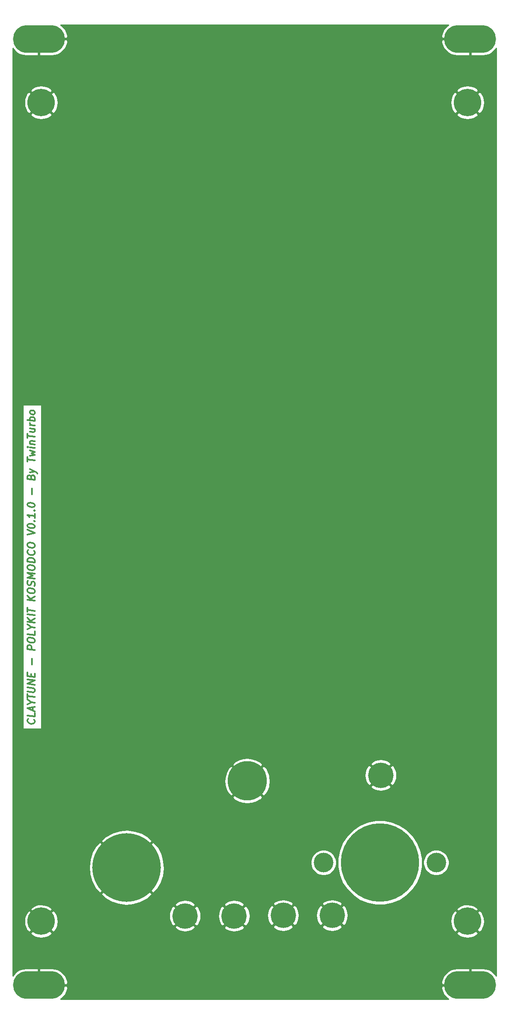
<source format=gbr>
G04 #@! TF.GenerationSoftware,KiCad,Pcbnew,(5.1.7)-1*
G04 #@! TF.CreationDate,2023-03-06T20:39:04+00:00*
G04 #@! TF.ProjectId,KOSMO-POLY6-PICO-DCO-FP,4b4f534d-4f2d-4504-9f4c-59362d504943,V0.1.0*
G04 #@! TF.SameCoordinates,Original*
G04 #@! TF.FileFunction,Copper,L2,Bot*
G04 #@! TF.FilePolarity,Positive*
%FSLAX46Y46*%
G04 Gerber Fmt 4.6, Leading zero omitted, Abs format (unit mm)*
G04 Created by KiCad (PCBNEW (5.1.7)-1) date 2023-03-06 20:39:04*
%MOMM*%
%LPD*%
G01*
G04 APERTURE LIST*
G04 #@! TA.AperFunction,NonConductor*
%ADD10C,0.300000*%
G04 #@! TD*
G04 #@! TA.AperFunction,ComponentPad*
%ADD11C,5.200000*%
G04 #@! TD*
G04 #@! TA.AperFunction,ComponentPad*
%ADD12C,4.000000*%
G04 #@! TD*
G04 #@! TA.AperFunction,ComponentPad*
%ADD13C,16.000000*%
G04 #@! TD*
G04 #@! TA.AperFunction,ComponentPad*
%ADD14C,8.000000*%
G04 #@! TD*
G04 #@! TA.AperFunction,ComponentPad*
%ADD15C,14.000000*%
G04 #@! TD*
G04 #@! TA.AperFunction,ComponentPad*
%ADD16C,5.600000*%
G04 #@! TD*
G04 #@! TA.AperFunction,ComponentPad*
%ADD17O,10.600000X5.600000*%
G04 #@! TD*
G04 #@! TA.AperFunction,Conductor*
%ADD18C,0.254000*%
G04 #@! TD*
G04 #@! TA.AperFunction,Conductor*
%ADD19C,0.100000*%
G04 #@! TD*
G04 APERTURE END LIST*
D10*
X67868714Y-139409928D02*
X67940142Y-139490285D01*
X68011571Y-139713500D01*
X68011571Y-139856357D01*
X67940142Y-140061714D01*
X67797285Y-140186714D01*
X67654428Y-140240285D01*
X67368714Y-140276000D01*
X67154428Y-140249214D01*
X66868714Y-140142071D01*
X66725857Y-140052785D01*
X66583000Y-139892071D01*
X66511571Y-139668857D01*
X66511571Y-139526000D01*
X66583000Y-139320642D01*
X66654428Y-139258142D01*
X68011571Y-138070642D02*
X68011571Y-138784928D01*
X66511571Y-138597428D01*
X67583000Y-137588500D02*
X67583000Y-136874214D01*
X68011571Y-137784928D02*
X66511571Y-137097428D01*
X68011571Y-136784928D01*
X67297285Y-135909928D02*
X68011571Y-135999214D01*
X66511571Y-136311714D02*
X67297285Y-135909928D01*
X66511571Y-135311714D01*
X66511571Y-135026000D02*
X66511571Y-134168857D01*
X68011571Y-134784928D02*
X66511571Y-134597428D01*
X66511571Y-133668857D02*
X67725857Y-133820642D01*
X67868714Y-133767071D01*
X67940142Y-133704571D01*
X68011571Y-133570642D01*
X68011571Y-133284928D01*
X67940142Y-133133142D01*
X67868714Y-133052785D01*
X67725857Y-132963500D01*
X66511571Y-132811714D01*
X68011571Y-132284928D02*
X66511571Y-132097428D01*
X68011571Y-131427785D01*
X66511571Y-131240285D01*
X67225857Y-130615285D02*
X67225857Y-130115285D01*
X68011571Y-129999214D02*
X68011571Y-130713500D01*
X66511571Y-130526000D01*
X66511571Y-129811714D01*
X67440142Y-128142071D02*
X67440142Y-126999214D01*
X68011571Y-125213500D02*
X66511571Y-125026000D01*
X66511571Y-124454571D01*
X66583000Y-124320642D01*
X66654428Y-124258142D01*
X66797285Y-124204571D01*
X67011571Y-124231357D01*
X67154428Y-124320642D01*
X67225857Y-124401000D01*
X67297285Y-124552785D01*
X67297285Y-125124214D01*
X66511571Y-123240285D02*
X66511571Y-122954571D01*
X66583000Y-122820642D01*
X66725857Y-122695642D01*
X67011571Y-122659928D01*
X67511571Y-122722428D01*
X67797285Y-122829571D01*
X67940142Y-122990285D01*
X68011571Y-123142071D01*
X68011571Y-123427785D01*
X67940142Y-123561714D01*
X67797285Y-123686714D01*
X67511571Y-123722428D01*
X67011571Y-123659928D01*
X66725857Y-123552785D01*
X66583000Y-123392071D01*
X66511571Y-123240285D01*
X68011571Y-121427785D02*
X68011571Y-122142071D01*
X66511571Y-121954571D01*
X67297285Y-120552785D02*
X68011571Y-120642071D01*
X66511571Y-120954571D02*
X67297285Y-120552785D01*
X66511571Y-119954571D01*
X68011571Y-119642071D02*
X66511571Y-119454571D01*
X68011571Y-118784928D02*
X67154428Y-119320642D01*
X66511571Y-118597428D02*
X67368714Y-119561714D01*
X68011571Y-118142071D02*
X66511571Y-117954571D01*
X66511571Y-117454571D02*
X66511571Y-116597428D01*
X68011571Y-117213500D02*
X66511571Y-117026000D01*
X68011571Y-115142071D02*
X66511571Y-114954571D01*
X68011571Y-114284928D02*
X67154428Y-114820642D01*
X66511571Y-114097428D02*
X67368714Y-115061714D01*
X66511571Y-113168857D02*
X66511571Y-112883142D01*
X66583000Y-112749214D01*
X66725857Y-112624214D01*
X67011571Y-112588500D01*
X67511571Y-112651000D01*
X67797285Y-112758142D01*
X67940142Y-112918857D01*
X68011571Y-113070642D01*
X68011571Y-113356357D01*
X67940142Y-113490285D01*
X67797285Y-113615285D01*
X67511571Y-113651000D01*
X67011571Y-113588500D01*
X66725857Y-113481357D01*
X66583000Y-113320642D01*
X66511571Y-113168857D01*
X67940142Y-112133142D02*
X68011571Y-111927785D01*
X68011571Y-111570642D01*
X67940142Y-111418857D01*
X67868714Y-111338500D01*
X67725857Y-111249214D01*
X67583000Y-111231357D01*
X67440142Y-111284928D01*
X67368714Y-111347428D01*
X67297285Y-111481357D01*
X67225857Y-111758142D01*
X67154428Y-111892071D01*
X67083000Y-111954571D01*
X66940142Y-112008142D01*
X66797285Y-111990285D01*
X66654428Y-111901000D01*
X66583000Y-111820642D01*
X66511571Y-111668857D01*
X66511571Y-111311714D01*
X66583000Y-111106357D01*
X68011571Y-110642071D02*
X66511571Y-110454571D01*
X67583000Y-110088500D01*
X66511571Y-109454571D01*
X68011571Y-109642071D01*
X66511571Y-108454571D02*
X66511571Y-108168857D01*
X66583000Y-108034928D01*
X66725857Y-107909928D01*
X67011571Y-107874214D01*
X67511571Y-107936714D01*
X67797285Y-108043857D01*
X67940142Y-108204571D01*
X68011571Y-108356357D01*
X68011571Y-108642071D01*
X67940142Y-108776000D01*
X67797285Y-108901000D01*
X67511571Y-108936714D01*
X67011571Y-108874214D01*
X66725857Y-108767071D01*
X66583000Y-108606357D01*
X66511571Y-108454571D01*
X68011571Y-107356357D02*
X66511571Y-107168857D01*
X66511571Y-106811714D01*
X66583000Y-106606357D01*
X66725857Y-106481357D01*
X66868714Y-106427785D01*
X67154428Y-106392071D01*
X67368714Y-106418857D01*
X67654428Y-106526000D01*
X67797285Y-106615285D01*
X67940142Y-106776000D01*
X68011571Y-106999214D01*
X68011571Y-107356357D01*
X67868714Y-104981357D02*
X67940142Y-105061714D01*
X68011571Y-105284928D01*
X68011571Y-105427785D01*
X67940142Y-105633142D01*
X67797285Y-105758142D01*
X67654428Y-105811714D01*
X67368714Y-105847428D01*
X67154428Y-105820642D01*
X66868714Y-105713500D01*
X66725857Y-105624214D01*
X66583000Y-105463500D01*
X66511571Y-105240285D01*
X66511571Y-105097428D01*
X66583000Y-104892071D01*
X66654428Y-104829571D01*
X66511571Y-103883142D02*
X66511571Y-103597428D01*
X66583000Y-103463500D01*
X66725857Y-103338500D01*
X67011571Y-103302785D01*
X67511571Y-103365285D01*
X67797285Y-103472428D01*
X67940142Y-103633142D01*
X68011571Y-103784928D01*
X68011571Y-104070642D01*
X67940142Y-104204571D01*
X67797285Y-104329571D01*
X67511571Y-104365285D01*
X67011571Y-104302785D01*
X66725857Y-104195642D01*
X66583000Y-104034928D01*
X66511571Y-103883142D01*
X66511571Y-101668857D02*
X68011571Y-101356357D01*
X66511571Y-100668857D01*
X66511571Y-99883142D02*
X66511571Y-99740285D01*
X66583000Y-99606357D01*
X66654428Y-99543857D01*
X66797285Y-99490285D01*
X67083000Y-99454571D01*
X67440142Y-99499214D01*
X67725857Y-99606357D01*
X67868714Y-99695642D01*
X67940142Y-99776000D01*
X68011571Y-99927785D01*
X68011571Y-100070642D01*
X67940142Y-100204571D01*
X67868714Y-100267071D01*
X67725857Y-100320642D01*
X67440142Y-100356357D01*
X67083000Y-100311714D01*
X66797285Y-100204571D01*
X66654428Y-100115285D01*
X66583000Y-100034928D01*
X66511571Y-99883142D01*
X67868714Y-98909928D02*
X67940142Y-98847428D01*
X68011571Y-98927785D01*
X67940142Y-98990285D01*
X67868714Y-98909928D01*
X68011571Y-98927785D01*
X68011571Y-97427785D02*
X68011571Y-98284928D01*
X68011571Y-97856357D02*
X66511571Y-97668857D01*
X66725857Y-97838500D01*
X66868714Y-97999214D01*
X66940142Y-98151000D01*
X67868714Y-96767071D02*
X67940142Y-96704571D01*
X68011571Y-96784928D01*
X67940142Y-96847428D01*
X67868714Y-96767071D01*
X68011571Y-96784928D01*
X66511571Y-95597428D02*
X66511571Y-95454571D01*
X66583000Y-95320642D01*
X66654428Y-95258142D01*
X66797285Y-95204571D01*
X67083000Y-95168857D01*
X67440142Y-95213500D01*
X67725857Y-95320642D01*
X67868714Y-95409928D01*
X67940142Y-95490285D01*
X68011571Y-95642071D01*
X68011571Y-95784928D01*
X67940142Y-95918857D01*
X67868714Y-95981357D01*
X67725857Y-96034928D01*
X67440142Y-96070642D01*
X67083000Y-96026000D01*
X66797285Y-95918857D01*
X66654428Y-95829571D01*
X66583000Y-95749214D01*
X66511571Y-95597428D01*
X67440142Y-93427785D02*
X67440142Y-92284928D01*
X67225857Y-89901000D02*
X67297285Y-89695642D01*
X67368714Y-89633142D01*
X67511571Y-89579571D01*
X67725857Y-89606357D01*
X67868714Y-89695642D01*
X67940142Y-89776000D01*
X68011571Y-89927785D01*
X68011571Y-90499214D01*
X66511571Y-90311714D01*
X66511571Y-89811714D01*
X66583000Y-89677785D01*
X66654428Y-89615285D01*
X66797285Y-89561714D01*
X66940142Y-89579571D01*
X67083000Y-89668857D01*
X67154428Y-89749214D01*
X67225857Y-89901000D01*
X67225857Y-90401000D01*
X67011571Y-89017071D02*
X68011571Y-88784928D01*
X67011571Y-88302785D02*
X68011571Y-88784928D01*
X68368714Y-88972428D01*
X68440142Y-89052785D01*
X68511571Y-89204571D01*
X66511571Y-86740285D02*
X66511571Y-85883142D01*
X68011571Y-86499214D02*
X66511571Y-86311714D01*
X67011571Y-85588500D02*
X68011571Y-85427785D01*
X67297285Y-85052785D01*
X68011571Y-84856357D01*
X67011571Y-84445642D01*
X68011571Y-83999214D02*
X67011571Y-83874214D01*
X66511571Y-83811714D02*
X66583000Y-83892071D01*
X66654428Y-83829571D01*
X66583000Y-83749214D01*
X66511571Y-83811714D01*
X66654428Y-83829571D01*
X67011571Y-83159928D02*
X68011571Y-83284928D01*
X67154428Y-83177785D02*
X67083000Y-83097428D01*
X67011571Y-82945642D01*
X67011571Y-82731357D01*
X67083000Y-82597428D01*
X67225857Y-82543857D01*
X68011571Y-82642071D01*
X66511571Y-81954571D02*
X66511571Y-81097428D01*
X68011571Y-81713500D02*
X66511571Y-81526000D01*
X67011571Y-80017071D02*
X68011571Y-80142071D01*
X67011571Y-80659928D02*
X67797285Y-80758142D01*
X67940142Y-80704571D01*
X68011571Y-80570642D01*
X68011571Y-80356357D01*
X67940142Y-80204571D01*
X67868714Y-80124214D01*
X68011571Y-79427785D02*
X67011571Y-79302785D01*
X67297285Y-79338500D02*
X67154428Y-79249214D01*
X67083000Y-79168857D01*
X67011571Y-79017071D01*
X67011571Y-78874214D01*
X68011571Y-78499214D02*
X66511571Y-78311714D01*
X67083000Y-78383142D02*
X67011571Y-78231357D01*
X67011571Y-77945642D01*
X67083000Y-77811714D01*
X67154428Y-77749214D01*
X67297285Y-77695642D01*
X67725857Y-77749214D01*
X67868714Y-77838500D01*
X67940142Y-77918857D01*
X68011571Y-78070642D01*
X68011571Y-78356357D01*
X67940142Y-78490285D01*
X68011571Y-76927785D02*
X67940142Y-77061714D01*
X67868714Y-77124214D01*
X67725857Y-77177785D01*
X67297285Y-77124214D01*
X67154428Y-77034928D01*
X67083000Y-76954571D01*
X67011571Y-76802785D01*
X67011571Y-76588500D01*
X67083000Y-76454571D01*
X67154428Y-76392071D01*
X67297285Y-76338500D01*
X67725857Y-76392071D01*
X67868714Y-76481357D01*
X67940142Y-76561714D01*
X68011571Y-76713500D01*
X68011571Y-76927785D01*
D11*
X128698000Y-179333000D03*
X108682000Y-179456000D03*
X138616000Y-150767000D03*
X118698000Y-179333000D03*
X98666000Y-179446000D03*
D12*
X126937000Y-168585000D03*
X149937000Y-168585000D03*
D13*
X138437000Y-168585000D03*
D14*
X111401000Y-151911000D03*
D15*
X86739000Y-169579000D03*
D16*
X69316000Y-180539000D03*
X156302000Y-180541000D03*
X156314000Y-13547000D03*
X69314000Y-13545000D03*
D17*
X68845000Y-556000D03*
X156845000Y-556000D03*
X156845000Y-193556000D03*
X68845000Y-193556000D03*
D18*
X152331020Y2229540D02*
X151826286Y1783109D01*
X151418345Y1246787D01*
X151122874Y641185D01*
X150974478Y106421D01*
X151071212Y-429000D01*
X156718000Y-429000D01*
X156718000Y-409000D01*
X156972000Y-409000D01*
X156972000Y-429000D01*
X156992000Y-429000D01*
X156992000Y-683000D01*
X156972000Y-683000D01*
X156972000Y-3991000D01*
X159472000Y-3991000D01*
X160139695Y-3900221D01*
X160776850Y-3680925D01*
X161358980Y-3341540D01*
X161863714Y-2895109D01*
X162185001Y-2472711D01*
X162185000Y-191639287D01*
X161863714Y-191216891D01*
X161358980Y-190770460D01*
X160776850Y-190431075D01*
X160139695Y-190211779D01*
X159472000Y-190121000D01*
X156972000Y-190121000D01*
X156972000Y-193429000D01*
X156992000Y-193429000D01*
X156992000Y-193683000D01*
X156972000Y-193683000D01*
X156972000Y-193703000D01*
X156718000Y-193703000D01*
X156718000Y-193683000D01*
X151071212Y-193683000D01*
X150974478Y-194218421D01*
X151122874Y-194753185D01*
X151418345Y-195358787D01*
X151826286Y-195895109D01*
X152331020Y-196341540D01*
X152424432Y-196396000D01*
X73265568Y-196396000D01*
X73358980Y-196341540D01*
X73863714Y-195895109D01*
X74271655Y-195358787D01*
X74567126Y-194753185D01*
X74715522Y-194218421D01*
X74618788Y-193683000D01*
X68972000Y-193683000D01*
X68972000Y-193703000D01*
X68718000Y-193703000D01*
X68718000Y-193683000D01*
X68698000Y-193683000D01*
X68698000Y-193429000D01*
X68718000Y-193429000D01*
X68718000Y-190121000D01*
X68972000Y-190121000D01*
X68972000Y-193429000D01*
X74618788Y-193429000D01*
X74715522Y-192893579D01*
X150974478Y-192893579D01*
X151071212Y-193429000D01*
X156718000Y-193429000D01*
X156718000Y-190121000D01*
X154218000Y-190121000D01*
X153550305Y-190211779D01*
X152913150Y-190431075D01*
X152331020Y-190770460D01*
X151826286Y-191216891D01*
X151418345Y-191753213D01*
X151122874Y-192358815D01*
X150974478Y-192893579D01*
X74715522Y-192893579D01*
X74567126Y-192358815D01*
X74271655Y-191753213D01*
X73863714Y-191216891D01*
X73358980Y-190770460D01*
X72776850Y-190431075D01*
X72139695Y-190211779D01*
X71472000Y-190121000D01*
X68972000Y-190121000D01*
X68718000Y-190121000D01*
X66218000Y-190121000D01*
X65550305Y-190211779D01*
X64913150Y-190431075D01*
X64331020Y-190770460D01*
X63826286Y-191216891D01*
X63505000Y-191639287D01*
X63505000Y-182955481D01*
X67079124Y-182955481D01*
X67391308Y-183404177D01*
X67987259Y-183724612D01*
X68634273Y-183922626D01*
X69307484Y-183990610D01*
X69981023Y-183925949D01*
X70629006Y-183731130D01*
X71226530Y-183413639D01*
X71240692Y-183404177D01*
X71551484Y-182957481D01*
X154065124Y-182957481D01*
X154377308Y-183406177D01*
X154973259Y-183726612D01*
X155620273Y-183924626D01*
X156293484Y-183992610D01*
X156967023Y-183927949D01*
X157615006Y-183733130D01*
X158212530Y-183415639D01*
X158226692Y-183406177D01*
X158538876Y-182957481D01*
X156302000Y-180720605D01*
X154065124Y-182957481D01*
X71551484Y-182957481D01*
X71552876Y-182955481D01*
X69316000Y-180718605D01*
X67079124Y-182955481D01*
X63505000Y-182955481D01*
X63505000Y-180530484D01*
X65864390Y-180530484D01*
X65929051Y-181204023D01*
X66123870Y-181852006D01*
X66441361Y-182449530D01*
X66450823Y-182463692D01*
X66899519Y-182775876D01*
X69136395Y-180539000D01*
X69495605Y-180539000D01*
X71732481Y-182775876D01*
X72181177Y-182463692D01*
X72501612Y-181867741D01*
X72546746Y-181720263D01*
X96571342Y-181720263D01*
X96859518Y-182148474D01*
X97421455Y-182448974D01*
X98031220Y-182634071D01*
X98665378Y-182696653D01*
X99299561Y-182634314D01*
X99909397Y-182449449D01*
X100471449Y-182149164D01*
X100472482Y-182148474D01*
X100753928Y-181730263D01*
X106587342Y-181730263D01*
X106875518Y-182158474D01*
X107437455Y-182458974D01*
X108047220Y-182644071D01*
X108681378Y-182706653D01*
X109315561Y-182644314D01*
X109925397Y-182459449D01*
X110487449Y-182159164D01*
X110488482Y-182158474D01*
X110776658Y-181730263D01*
X110653658Y-181607263D01*
X116603342Y-181607263D01*
X116891518Y-182035474D01*
X117453455Y-182335974D01*
X118063220Y-182521071D01*
X118697378Y-182583653D01*
X119331561Y-182521314D01*
X119941397Y-182336449D01*
X120503449Y-182036164D01*
X120504482Y-182035474D01*
X120792658Y-181607263D01*
X126603342Y-181607263D01*
X126891518Y-182035474D01*
X127453455Y-182335974D01*
X128063220Y-182521071D01*
X128697378Y-182583653D01*
X129331561Y-182521314D01*
X129941397Y-182336449D01*
X130503449Y-182036164D01*
X130504482Y-182035474D01*
X130792658Y-181607263D01*
X128698000Y-179512605D01*
X126603342Y-181607263D01*
X120792658Y-181607263D01*
X118698000Y-179512605D01*
X116603342Y-181607263D01*
X110653658Y-181607263D01*
X108682000Y-179635605D01*
X106587342Y-181730263D01*
X100753928Y-181730263D01*
X100760658Y-181720263D01*
X98666000Y-179625605D01*
X96571342Y-181720263D01*
X72546746Y-181720263D01*
X72699626Y-181220727D01*
X72767610Y-180547516D01*
X72702949Y-179873977D01*
X72574089Y-179445378D01*
X95415347Y-179445378D01*
X95477686Y-180079561D01*
X95662551Y-180689397D01*
X95962836Y-181251449D01*
X95963526Y-181252482D01*
X96391737Y-181540658D01*
X98486395Y-179446000D01*
X98845605Y-179446000D01*
X100940263Y-181540658D01*
X101368474Y-181252482D01*
X101668974Y-180690545D01*
X101854071Y-180080780D01*
X101915788Y-179455378D01*
X105431347Y-179455378D01*
X105493686Y-180089561D01*
X105678551Y-180699397D01*
X105978836Y-181261449D01*
X105979526Y-181262482D01*
X106407737Y-181550658D01*
X108502395Y-179456000D01*
X108861605Y-179456000D01*
X110956263Y-181550658D01*
X111384474Y-181262482D01*
X111684974Y-180700545D01*
X111870071Y-180090780D01*
X111932653Y-179456622D01*
X111920441Y-179332378D01*
X115447347Y-179332378D01*
X115509686Y-179966561D01*
X115694551Y-180576397D01*
X115994836Y-181138449D01*
X115995526Y-181139482D01*
X116423737Y-181427658D01*
X118518395Y-179333000D01*
X118877605Y-179333000D01*
X120972263Y-181427658D01*
X121400474Y-181139482D01*
X121700974Y-180577545D01*
X121886071Y-179967780D01*
X121948653Y-179333622D01*
X121948531Y-179332378D01*
X125447347Y-179332378D01*
X125509686Y-179966561D01*
X125694551Y-180576397D01*
X125994836Y-181138449D01*
X125995526Y-181139482D01*
X126423737Y-181427658D01*
X128518395Y-179333000D01*
X128877605Y-179333000D01*
X130972263Y-181427658D01*
X131400474Y-181139482D01*
X131700974Y-180577545D01*
X131714652Y-180532484D01*
X152850390Y-180532484D01*
X152915051Y-181206023D01*
X153109870Y-181854006D01*
X153427361Y-182451530D01*
X153436823Y-182465692D01*
X153885519Y-182777876D01*
X156122395Y-180541000D01*
X156481605Y-180541000D01*
X158718481Y-182777876D01*
X159167177Y-182465692D01*
X159487612Y-181869741D01*
X159685626Y-181222727D01*
X159753610Y-180549516D01*
X159688949Y-179875977D01*
X159494130Y-179227994D01*
X159176639Y-178630470D01*
X159167177Y-178616308D01*
X158718481Y-178304124D01*
X156481605Y-180541000D01*
X156122395Y-180541000D01*
X153885519Y-178304124D01*
X153436823Y-178616308D01*
X153116388Y-179212259D01*
X152918374Y-179859273D01*
X152850390Y-180532484D01*
X131714652Y-180532484D01*
X131886071Y-179967780D01*
X131948653Y-179333622D01*
X131886314Y-178699439D01*
X131712034Y-178124519D01*
X154065124Y-178124519D01*
X156302000Y-180361395D01*
X158538876Y-178124519D01*
X158226692Y-177675823D01*
X157630741Y-177355388D01*
X156983727Y-177157374D01*
X156310516Y-177089390D01*
X155636977Y-177154051D01*
X154988994Y-177348870D01*
X154391470Y-177666361D01*
X154377308Y-177675823D01*
X154065124Y-178124519D01*
X131712034Y-178124519D01*
X131701449Y-178089603D01*
X131401164Y-177527551D01*
X131400474Y-177526518D01*
X130972263Y-177238342D01*
X128877605Y-179333000D01*
X128518395Y-179333000D01*
X126423737Y-177238342D01*
X125995526Y-177526518D01*
X125695026Y-178088455D01*
X125509929Y-178698220D01*
X125447347Y-179332378D01*
X121948531Y-179332378D01*
X121886314Y-178699439D01*
X121701449Y-178089603D01*
X121401164Y-177527551D01*
X121400474Y-177526518D01*
X120972263Y-177238342D01*
X118877605Y-179333000D01*
X118518395Y-179333000D01*
X116423737Y-177238342D01*
X115995526Y-177526518D01*
X115695026Y-178088455D01*
X115509929Y-178698220D01*
X115447347Y-179332378D01*
X111920441Y-179332378D01*
X111870314Y-178822439D01*
X111685449Y-178212603D01*
X111385164Y-177650551D01*
X111384474Y-177649518D01*
X110956263Y-177361342D01*
X108861605Y-179456000D01*
X108502395Y-179456000D01*
X106407737Y-177361342D01*
X105979526Y-177649518D01*
X105679026Y-178211455D01*
X105493929Y-178821220D01*
X105431347Y-179455378D01*
X101915788Y-179455378D01*
X101916653Y-179446622D01*
X101854314Y-178812439D01*
X101669449Y-178202603D01*
X101369164Y-177640551D01*
X101368474Y-177639518D01*
X100940263Y-177351342D01*
X98845605Y-179446000D01*
X98486395Y-179446000D01*
X96391737Y-177351342D01*
X95963526Y-177639518D01*
X95663026Y-178201455D01*
X95477929Y-178811220D01*
X95415347Y-179445378D01*
X72574089Y-179445378D01*
X72508130Y-179225994D01*
X72190639Y-178628470D01*
X72181177Y-178614308D01*
X71732481Y-178302124D01*
X69495605Y-180539000D01*
X69136395Y-180539000D01*
X66899519Y-178302124D01*
X66450823Y-178614308D01*
X66130388Y-179210259D01*
X65932374Y-179857273D01*
X65864390Y-180530484D01*
X63505000Y-180530484D01*
X63505000Y-178122519D01*
X67079124Y-178122519D01*
X69316000Y-180359395D01*
X71552876Y-178122519D01*
X71240692Y-177673823D01*
X70644741Y-177353388D01*
X69997727Y-177155374D01*
X69324516Y-177087390D01*
X68650977Y-177152051D01*
X68002994Y-177346870D01*
X67405470Y-177664361D01*
X67391308Y-177673823D01*
X67079124Y-178122519D01*
X63505000Y-178122519D01*
X63505000Y-174980674D01*
X81516932Y-174980674D01*
X82332908Y-175859530D01*
X83642840Y-176598437D01*
X85071756Y-177067591D01*
X86564743Y-177248963D01*
X87586216Y-177171737D01*
X96571342Y-177171737D01*
X98666000Y-179266395D01*
X100750658Y-177181737D01*
X106587342Y-177181737D01*
X108682000Y-179276395D01*
X110776658Y-177181737D01*
X110693882Y-177058737D01*
X116603342Y-177058737D01*
X118698000Y-179153395D01*
X120792658Y-177058737D01*
X126603342Y-177058737D01*
X128698000Y-179153395D01*
X130792658Y-177058737D01*
X130504482Y-176630526D01*
X129942545Y-176330026D01*
X129332780Y-176144929D01*
X128698622Y-176082347D01*
X128064439Y-176144686D01*
X127454603Y-176329551D01*
X126892551Y-176629836D01*
X126891518Y-176630526D01*
X126603342Y-177058737D01*
X120792658Y-177058737D01*
X120504482Y-176630526D01*
X119942545Y-176330026D01*
X119332780Y-176144929D01*
X118698622Y-176082347D01*
X118064439Y-176144686D01*
X117454603Y-176329551D01*
X116892551Y-176629836D01*
X116891518Y-176630526D01*
X116603342Y-177058737D01*
X110693882Y-177058737D01*
X110488482Y-176753526D01*
X109926545Y-176453026D01*
X109316780Y-176267929D01*
X108682622Y-176205347D01*
X108048439Y-176267686D01*
X107438603Y-176452551D01*
X106876551Y-176752836D01*
X106875518Y-176753526D01*
X106587342Y-177181737D01*
X100750658Y-177181737D01*
X100760658Y-177171737D01*
X100472482Y-176743526D01*
X99910545Y-176443026D01*
X99300780Y-176257929D01*
X98666622Y-176195347D01*
X98032439Y-176257686D01*
X97422603Y-176442551D01*
X96860551Y-176742836D01*
X96859518Y-176743526D01*
X96571342Y-177171737D01*
X87586216Y-177171737D01*
X88064428Y-177135583D01*
X89513176Y-176731807D01*
X90855314Y-176053153D01*
X91145092Y-175859530D01*
X91961068Y-174980674D01*
X86739000Y-169758605D01*
X81516932Y-174980674D01*
X63505000Y-174980674D01*
X63505000Y-169404743D01*
X79069037Y-169404743D01*
X79182417Y-170904428D01*
X79586193Y-172353176D01*
X80264847Y-173695314D01*
X80458470Y-173985092D01*
X81337326Y-174801068D01*
X86559395Y-169579000D01*
X86918605Y-169579000D01*
X92140674Y-174801068D01*
X93019530Y-173985092D01*
X93758437Y-172675160D01*
X94227591Y-171246244D01*
X94408963Y-169753257D01*
X94301020Y-168325475D01*
X124302000Y-168325475D01*
X124302000Y-168844525D01*
X124403261Y-169353601D01*
X124601893Y-169833141D01*
X124890262Y-170264715D01*
X125257285Y-170631738D01*
X125688859Y-170920107D01*
X126168399Y-171118739D01*
X126677475Y-171220000D01*
X127196525Y-171220000D01*
X127705601Y-171118739D01*
X128185141Y-170920107D01*
X128616715Y-170631738D01*
X128983738Y-170264715D01*
X129272107Y-169833141D01*
X129470739Y-169353601D01*
X129572000Y-168844525D01*
X129572000Y-168325475D01*
X129470739Y-167816399D01*
X129436827Y-167734527D01*
X129802000Y-167734527D01*
X129802000Y-169435473D01*
X130133838Y-171103737D01*
X130784762Y-172675206D01*
X131729758Y-174089492D01*
X132932508Y-175292242D01*
X134346794Y-176237238D01*
X135918263Y-176888162D01*
X137586527Y-177220000D01*
X139287473Y-177220000D01*
X140955737Y-176888162D01*
X142527206Y-176237238D01*
X143941492Y-175292242D01*
X145144242Y-174089492D01*
X146089238Y-172675206D01*
X146740162Y-171103737D01*
X147072000Y-169435473D01*
X147072000Y-168325475D01*
X147302000Y-168325475D01*
X147302000Y-168844525D01*
X147403261Y-169353601D01*
X147601893Y-169833141D01*
X147890262Y-170264715D01*
X148257285Y-170631738D01*
X148688859Y-170920107D01*
X149168399Y-171118739D01*
X149677475Y-171220000D01*
X150196525Y-171220000D01*
X150705601Y-171118739D01*
X151185141Y-170920107D01*
X151616715Y-170631738D01*
X151983738Y-170264715D01*
X152272107Y-169833141D01*
X152470739Y-169353601D01*
X152572000Y-168844525D01*
X152572000Y-168325475D01*
X152470739Y-167816399D01*
X152272107Y-167336859D01*
X151983738Y-166905285D01*
X151616715Y-166538262D01*
X151185141Y-166249893D01*
X150705601Y-166051261D01*
X150196525Y-165950000D01*
X149677475Y-165950000D01*
X149168399Y-166051261D01*
X148688859Y-166249893D01*
X148257285Y-166538262D01*
X147890262Y-166905285D01*
X147601893Y-167336859D01*
X147403261Y-167816399D01*
X147302000Y-168325475D01*
X147072000Y-168325475D01*
X147072000Y-167734527D01*
X146740162Y-166066263D01*
X146089238Y-164494794D01*
X145144242Y-163080508D01*
X143941492Y-161877758D01*
X142527206Y-160932762D01*
X140955737Y-160281838D01*
X139287473Y-159950000D01*
X137586527Y-159950000D01*
X135918263Y-160281838D01*
X134346794Y-160932762D01*
X132932508Y-161877758D01*
X131729758Y-163080508D01*
X130784762Y-164494794D01*
X130133838Y-166066263D01*
X129802000Y-167734527D01*
X129436827Y-167734527D01*
X129272107Y-167336859D01*
X128983738Y-166905285D01*
X128616715Y-166538262D01*
X128185141Y-166249893D01*
X127705601Y-166051261D01*
X127196525Y-165950000D01*
X126677475Y-165950000D01*
X126168399Y-166051261D01*
X125688859Y-166249893D01*
X125257285Y-166538262D01*
X124890262Y-166905285D01*
X124601893Y-167336859D01*
X124403261Y-167816399D01*
X124302000Y-168325475D01*
X94301020Y-168325475D01*
X94295583Y-168253572D01*
X93891807Y-166804824D01*
X93213153Y-165462686D01*
X93019530Y-165172908D01*
X92140674Y-164356932D01*
X86918605Y-169579000D01*
X86559395Y-169579000D01*
X81337326Y-164356932D01*
X80458470Y-165172908D01*
X79719563Y-166482840D01*
X79250409Y-167911756D01*
X79069037Y-169404743D01*
X63505000Y-169404743D01*
X63505000Y-164177326D01*
X81516932Y-164177326D01*
X86739000Y-169399395D01*
X91961068Y-164177326D01*
X91145092Y-163298470D01*
X89835160Y-162559563D01*
X88406244Y-162090409D01*
X86913257Y-161909037D01*
X85413572Y-162022417D01*
X83964824Y-162426193D01*
X82622686Y-163104847D01*
X82332908Y-163298470D01*
X81516932Y-164177326D01*
X63505000Y-164177326D01*
X63505000Y-155180580D01*
X108311025Y-155180580D01*
X108767197Y-155752185D01*
X109567183Y-156192207D01*
X110437641Y-156467704D01*
X111345121Y-156568091D01*
X112254748Y-156489508D01*
X113131566Y-156234975D01*
X113941879Y-155814275D01*
X114034803Y-155752185D01*
X114490975Y-155180580D01*
X111401000Y-152090605D01*
X108311025Y-155180580D01*
X63505000Y-155180580D01*
X63505000Y-151855121D01*
X106743909Y-151855121D01*
X106822492Y-152764748D01*
X107077025Y-153641566D01*
X107497725Y-154451879D01*
X107559815Y-154544803D01*
X108131420Y-155000975D01*
X111221395Y-151911000D01*
X111580605Y-151911000D01*
X114670580Y-155000975D01*
X115242185Y-154544803D01*
X115682207Y-153744817D01*
X115904879Y-153041263D01*
X136521342Y-153041263D01*
X136809518Y-153469474D01*
X137371455Y-153769974D01*
X137981220Y-153955071D01*
X138615378Y-154017653D01*
X139249561Y-153955314D01*
X139859397Y-153770449D01*
X140421449Y-153470164D01*
X140422482Y-153469474D01*
X140710658Y-153041263D01*
X138616000Y-150946605D01*
X136521342Y-153041263D01*
X115904879Y-153041263D01*
X115957704Y-152874359D01*
X116058091Y-151966879D01*
X115979508Y-151057252D01*
X115895070Y-150766378D01*
X135365347Y-150766378D01*
X135427686Y-151400561D01*
X135612551Y-152010397D01*
X135912836Y-152572449D01*
X135913526Y-152573482D01*
X136341737Y-152861658D01*
X138436395Y-150767000D01*
X138795605Y-150767000D01*
X140890263Y-152861658D01*
X141318474Y-152573482D01*
X141618974Y-152011545D01*
X141804071Y-151401780D01*
X141866653Y-150767622D01*
X141804314Y-150133439D01*
X141619449Y-149523603D01*
X141319164Y-148961551D01*
X141318474Y-148960518D01*
X140890263Y-148672342D01*
X138795605Y-150767000D01*
X138436395Y-150767000D01*
X136341737Y-148672342D01*
X135913526Y-148960518D01*
X135613026Y-149522455D01*
X135427929Y-150132220D01*
X135365347Y-150766378D01*
X115895070Y-150766378D01*
X115724975Y-150180434D01*
X115304275Y-149370121D01*
X115242185Y-149277197D01*
X114670580Y-148821025D01*
X111580605Y-151911000D01*
X111221395Y-151911000D01*
X108131420Y-148821025D01*
X107559815Y-149277197D01*
X107119793Y-150077183D01*
X106844296Y-150947641D01*
X106743909Y-151855121D01*
X63505000Y-151855121D01*
X63505000Y-148641420D01*
X108311025Y-148641420D01*
X111401000Y-151731395D01*
X114490975Y-148641420D01*
X114372318Y-148492737D01*
X136521342Y-148492737D01*
X138616000Y-150587395D01*
X140710658Y-148492737D01*
X140422482Y-148064526D01*
X139860545Y-147764026D01*
X139250780Y-147578929D01*
X138616622Y-147516347D01*
X137982439Y-147578686D01*
X137372603Y-147763551D01*
X136810551Y-148063836D01*
X136809518Y-148064526D01*
X136521342Y-148492737D01*
X114372318Y-148492737D01*
X114034803Y-148069815D01*
X113234817Y-147629793D01*
X112364359Y-147354296D01*
X111456879Y-147253909D01*
X110547252Y-147332492D01*
X109670434Y-147587025D01*
X108860121Y-148007725D01*
X108767197Y-148069815D01*
X108311025Y-148641420D01*
X63505000Y-148641420D01*
X63505000Y-75201000D01*
X65543000Y-75201000D01*
X65543000Y-141271000D01*
X69363000Y-141271000D01*
X69363000Y-75201000D01*
X65543000Y-75201000D01*
X63505000Y-75201000D01*
X63505000Y-15961481D01*
X67077124Y-15961481D01*
X67389308Y-16410177D01*
X67985259Y-16730612D01*
X68632273Y-16928626D01*
X69305484Y-16996610D01*
X69979023Y-16931949D01*
X70627006Y-16737130D01*
X71224530Y-16419639D01*
X71238692Y-16410177D01*
X71549484Y-15963481D01*
X154077124Y-15963481D01*
X154389308Y-16412177D01*
X154985259Y-16732612D01*
X155632273Y-16930626D01*
X156305484Y-16998610D01*
X156979023Y-16933949D01*
X157627006Y-16739130D01*
X158224530Y-16421639D01*
X158238692Y-16412177D01*
X158550876Y-15963481D01*
X156314000Y-13726605D01*
X154077124Y-15963481D01*
X71549484Y-15963481D01*
X71550876Y-15961481D01*
X69314000Y-13724605D01*
X67077124Y-15961481D01*
X63505000Y-15961481D01*
X63505000Y-13536484D01*
X65862390Y-13536484D01*
X65927051Y-14210023D01*
X66121870Y-14858006D01*
X66439361Y-15455530D01*
X66448823Y-15469692D01*
X66897519Y-15781876D01*
X69134395Y-13545000D01*
X69493605Y-13545000D01*
X71730481Y-15781876D01*
X72179177Y-15469692D01*
X72499612Y-14873741D01*
X72697626Y-14226727D01*
X72765610Y-13553516D01*
X72764167Y-13538484D01*
X152862390Y-13538484D01*
X152927051Y-14212023D01*
X153121870Y-14860006D01*
X153439361Y-15457530D01*
X153448823Y-15471692D01*
X153897519Y-15783876D01*
X156134395Y-13547000D01*
X156493605Y-13547000D01*
X158730481Y-15783876D01*
X159179177Y-15471692D01*
X159499612Y-14875741D01*
X159697626Y-14228727D01*
X159765610Y-13555516D01*
X159700949Y-12881977D01*
X159506130Y-12233994D01*
X159188639Y-11636470D01*
X159179177Y-11622308D01*
X158730481Y-11310124D01*
X156493605Y-13547000D01*
X156134395Y-13547000D01*
X153897519Y-11310124D01*
X153448823Y-11622308D01*
X153128388Y-12218259D01*
X152930374Y-12865273D01*
X152862390Y-13538484D01*
X72764167Y-13538484D01*
X72700949Y-12879977D01*
X72506130Y-12231994D01*
X72188639Y-11634470D01*
X72179177Y-11620308D01*
X71730481Y-11308124D01*
X69493605Y-13545000D01*
X69134395Y-13545000D01*
X66897519Y-11308124D01*
X66448823Y-11620308D01*
X66128388Y-12216259D01*
X65930374Y-12863273D01*
X65862390Y-13536484D01*
X63505000Y-13536484D01*
X63505000Y-11128519D01*
X67077124Y-11128519D01*
X69314000Y-13365395D01*
X71548876Y-11130519D01*
X154077124Y-11130519D01*
X156314000Y-13367395D01*
X158550876Y-11130519D01*
X158238692Y-10681823D01*
X157642741Y-10361388D01*
X156995727Y-10163374D01*
X156322516Y-10095390D01*
X155648977Y-10160051D01*
X155000994Y-10354870D01*
X154403470Y-10672361D01*
X154389308Y-10681823D01*
X154077124Y-11130519D01*
X71548876Y-11130519D01*
X71550876Y-11128519D01*
X71238692Y-10679823D01*
X70642741Y-10359388D01*
X69995727Y-10161374D01*
X69322516Y-10093390D01*
X68648977Y-10158051D01*
X68000994Y-10352870D01*
X67403470Y-10670361D01*
X67389308Y-10679823D01*
X67077124Y-11128519D01*
X63505000Y-11128519D01*
X63505000Y-2472713D01*
X63826286Y-2895109D01*
X64331020Y-3341540D01*
X64913150Y-3680925D01*
X65550305Y-3900221D01*
X66218000Y-3991000D01*
X68718000Y-3991000D01*
X68718000Y-683000D01*
X68972000Y-683000D01*
X68972000Y-3991000D01*
X71472000Y-3991000D01*
X72139695Y-3900221D01*
X72776850Y-3680925D01*
X73358980Y-3341540D01*
X73863714Y-2895109D01*
X74271655Y-2358787D01*
X74567126Y-1753185D01*
X74715522Y-1218421D01*
X150974478Y-1218421D01*
X151122874Y-1753185D01*
X151418345Y-2358787D01*
X151826286Y-2895109D01*
X152331020Y-3341540D01*
X152913150Y-3680925D01*
X153550305Y-3900221D01*
X154218000Y-3991000D01*
X156718000Y-3991000D01*
X156718000Y-683000D01*
X151071212Y-683000D01*
X150974478Y-1218421D01*
X74715522Y-1218421D01*
X74618788Y-683000D01*
X68972000Y-683000D01*
X68718000Y-683000D01*
X68698000Y-683000D01*
X68698000Y-429000D01*
X68718000Y-429000D01*
X68718000Y-409000D01*
X68972000Y-409000D01*
X68972000Y-429000D01*
X74618788Y-429000D01*
X74715522Y106421D01*
X74567126Y641185D01*
X74271655Y1246787D01*
X73863714Y1783109D01*
X73358980Y2229540D01*
X73265568Y2284000D01*
X152424432Y2284000D01*
X152331020Y2229540D01*
G04 #@! TA.AperFunction,Conductor*
D19*
G36*
X152331020Y2229540D02*
G01*
X151826286Y1783109D01*
X151418345Y1246787D01*
X151122874Y641185D01*
X150974478Y106421D01*
X151071212Y-429000D01*
X156718000Y-429000D01*
X156718000Y-409000D01*
X156972000Y-409000D01*
X156972000Y-429000D01*
X156992000Y-429000D01*
X156992000Y-683000D01*
X156972000Y-683000D01*
X156972000Y-3991000D01*
X159472000Y-3991000D01*
X160139695Y-3900221D01*
X160776850Y-3680925D01*
X161358980Y-3341540D01*
X161863714Y-2895109D01*
X162185001Y-2472711D01*
X162185000Y-191639287D01*
X161863714Y-191216891D01*
X161358980Y-190770460D01*
X160776850Y-190431075D01*
X160139695Y-190211779D01*
X159472000Y-190121000D01*
X156972000Y-190121000D01*
X156972000Y-193429000D01*
X156992000Y-193429000D01*
X156992000Y-193683000D01*
X156972000Y-193683000D01*
X156972000Y-193703000D01*
X156718000Y-193703000D01*
X156718000Y-193683000D01*
X151071212Y-193683000D01*
X150974478Y-194218421D01*
X151122874Y-194753185D01*
X151418345Y-195358787D01*
X151826286Y-195895109D01*
X152331020Y-196341540D01*
X152424432Y-196396000D01*
X73265568Y-196396000D01*
X73358980Y-196341540D01*
X73863714Y-195895109D01*
X74271655Y-195358787D01*
X74567126Y-194753185D01*
X74715522Y-194218421D01*
X74618788Y-193683000D01*
X68972000Y-193683000D01*
X68972000Y-193703000D01*
X68718000Y-193703000D01*
X68718000Y-193683000D01*
X68698000Y-193683000D01*
X68698000Y-193429000D01*
X68718000Y-193429000D01*
X68718000Y-190121000D01*
X68972000Y-190121000D01*
X68972000Y-193429000D01*
X74618788Y-193429000D01*
X74715522Y-192893579D01*
X150974478Y-192893579D01*
X151071212Y-193429000D01*
X156718000Y-193429000D01*
X156718000Y-190121000D01*
X154218000Y-190121000D01*
X153550305Y-190211779D01*
X152913150Y-190431075D01*
X152331020Y-190770460D01*
X151826286Y-191216891D01*
X151418345Y-191753213D01*
X151122874Y-192358815D01*
X150974478Y-192893579D01*
X74715522Y-192893579D01*
X74567126Y-192358815D01*
X74271655Y-191753213D01*
X73863714Y-191216891D01*
X73358980Y-190770460D01*
X72776850Y-190431075D01*
X72139695Y-190211779D01*
X71472000Y-190121000D01*
X68972000Y-190121000D01*
X68718000Y-190121000D01*
X66218000Y-190121000D01*
X65550305Y-190211779D01*
X64913150Y-190431075D01*
X64331020Y-190770460D01*
X63826286Y-191216891D01*
X63505000Y-191639287D01*
X63505000Y-182955481D01*
X67079124Y-182955481D01*
X67391308Y-183404177D01*
X67987259Y-183724612D01*
X68634273Y-183922626D01*
X69307484Y-183990610D01*
X69981023Y-183925949D01*
X70629006Y-183731130D01*
X71226530Y-183413639D01*
X71240692Y-183404177D01*
X71551484Y-182957481D01*
X154065124Y-182957481D01*
X154377308Y-183406177D01*
X154973259Y-183726612D01*
X155620273Y-183924626D01*
X156293484Y-183992610D01*
X156967023Y-183927949D01*
X157615006Y-183733130D01*
X158212530Y-183415639D01*
X158226692Y-183406177D01*
X158538876Y-182957481D01*
X156302000Y-180720605D01*
X154065124Y-182957481D01*
X71551484Y-182957481D01*
X71552876Y-182955481D01*
X69316000Y-180718605D01*
X67079124Y-182955481D01*
X63505000Y-182955481D01*
X63505000Y-180530484D01*
X65864390Y-180530484D01*
X65929051Y-181204023D01*
X66123870Y-181852006D01*
X66441361Y-182449530D01*
X66450823Y-182463692D01*
X66899519Y-182775876D01*
X69136395Y-180539000D01*
X69495605Y-180539000D01*
X71732481Y-182775876D01*
X72181177Y-182463692D01*
X72501612Y-181867741D01*
X72546746Y-181720263D01*
X96571342Y-181720263D01*
X96859518Y-182148474D01*
X97421455Y-182448974D01*
X98031220Y-182634071D01*
X98665378Y-182696653D01*
X99299561Y-182634314D01*
X99909397Y-182449449D01*
X100471449Y-182149164D01*
X100472482Y-182148474D01*
X100753928Y-181730263D01*
X106587342Y-181730263D01*
X106875518Y-182158474D01*
X107437455Y-182458974D01*
X108047220Y-182644071D01*
X108681378Y-182706653D01*
X109315561Y-182644314D01*
X109925397Y-182459449D01*
X110487449Y-182159164D01*
X110488482Y-182158474D01*
X110776658Y-181730263D01*
X110653658Y-181607263D01*
X116603342Y-181607263D01*
X116891518Y-182035474D01*
X117453455Y-182335974D01*
X118063220Y-182521071D01*
X118697378Y-182583653D01*
X119331561Y-182521314D01*
X119941397Y-182336449D01*
X120503449Y-182036164D01*
X120504482Y-182035474D01*
X120792658Y-181607263D01*
X126603342Y-181607263D01*
X126891518Y-182035474D01*
X127453455Y-182335974D01*
X128063220Y-182521071D01*
X128697378Y-182583653D01*
X129331561Y-182521314D01*
X129941397Y-182336449D01*
X130503449Y-182036164D01*
X130504482Y-182035474D01*
X130792658Y-181607263D01*
X128698000Y-179512605D01*
X126603342Y-181607263D01*
X120792658Y-181607263D01*
X118698000Y-179512605D01*
X116603342Y-181607263D01*
X110653658Y-181607263D01*
X108682000Y-179635605D01*
X106587342Y-181730263D01*
X100753928Y-181730263D01*
X100760658Y-181720263D01*
X98666000Y-179625605D01*
X96571342Y-181720263D01*
X72546746Y-181720263D01*
X72699626Y-181220727D01*
X72767610Y-180547516D01*
X72702949Y-179873977D01*
X72574089Y-179445378D01*
X95415347Y-179445378D01*
X95477686Y-180079561D01*
X95662551Y-180689397D01*
X95962836Y-181251449D01*
X95963526Y-181252482D01*
X96391737Y-181540658D01*
X98486395Y-179446000D01*
X98845605Y-179446000D01*
X100940263Y-181540658D01*
X101368474Y-181252482D01*
X101668974Y-180690545D01*
X101854071Y-180080780D01*
X101915788Y-179455378D01*
X105431347Y-179455378D01*
X105493686Y-180089561D01*
X105678551Y-180699397D01*
X105978836Y-181261449D01*
X105979526Y-181262482D01*
X106407737Y-181550658D01*
X108502395Y-179456000D01*
X108861605Y-179456000D01*
X110956263Y-181550658D01*
X111384474Y-181262482D01*
X111684974Y-180700545D01*
X111870071Y-180090780D01*
X111932653Y-179456622D01*
X111920441Y-179332378D01*
X115447347Y-179332378D01*
X115509686Y-179966561D01*
X115694551Y-180576397D01*
X115994836Y-181138449D01*
X115995526Y-181139482D01*
X116423737Y-181427658D01*
X118518395Y-179333000D01*
X118877605Y-179333000D01*
X120972263Y-181427658D01*
X121400474Y-181139482D01*
X121700974Y-180577545D01*
X121886071Y-179967780D01*
X121948653Y-179333622D01*
X121948531Y-179332378D01*
X125447347Y-179332378D01*
X125509686Y-179966561D01*
X125694551Y-180576397D01*
X125994836Y-181138449D01*
X125995526Y-181139482D01*
X126423737Y-181427658D01*
X128518395Y-179333000D01*
X128877605Y-179333000D01*
X130972263Y-181427658D01*
X131400474Y-181139482D01*
X131700974Y-180577545D01*
X131714652Y-180532484D01*
X152850390Y-180532484D01*
X152915051Y-181206023D01*
X153109870Y-181854006D01*
X153427361Y-182451530D01*
X153436823Y-182465692D01*
X153885519Y-182777876D01*
X156122395Y-180541000D01*
X156481605Y-180541000D01*
X158718481Y-182777876D01*
X159167177Y-182465692D01*
X159487612Y-181869741D01*
X159685626Y-181222727D01*
X159753610Y-180549516D01*
X159688949Y-179875977D01*
X159494130Y-179227994D01*
X159176639Y-178630470D01*
X159167177Y-178616308D01*
X158718481Y-178304124D01*
X156481605Y-180541000D01*
X156122395Y-180541000D01*
X153885519Y-178304124D01*
X153436823Y-178616308D01*
X153116388Y-179212259D01*
X152918374Y-179859273D01*
X152850390Y-180532484D01*
X131714652Y-180532484D01*
X131886071Y-179967780D01*
X131948653Y-179333622D01*
X131886314Y-178699439D01*
X131712034Y-178124519D01*
X154065124Y-178124519D01*
X156302000Y-180361395D01*
X158538876Y-178124519D01*
X158226692Y-177675823D01*
X157630741Y-177355388D01*
X156983727Y-177157374D01*
X156310516Y-177089390D01*
X155636977Y-177154051D01*
X154988994Y-177348870D01*
X154391470Y-177666361D01*
X154377308Y-177675823D01*
X154065124Y-178124519D01*
X131712034Y-178124519D01*
X131701449Y-178089603D01*
X131401164Y-177527551D01*
X131400474Y-177526518D01*
X130972263Y-177238342D01*
X128877605Y-179333000D01*
X128518395Y-179333000D01*
X126423737Y-177238342D01*
X125995526Y-177526518D01*
X125695026Y-178088455D01*
X125509929Y-178698220D01*
X125447347Y-179332378D01*
X121948531Y-179332378D01*
X121886314Y-178699439D01*
X121701449Y-178089603D01*
X121401164Y-177527551D01*
X121400474Y-177526518D01*
X120972263Y-177238342D01*
X118877605Y-179333000D01*
X118518395Y-179333000D01*
X116423737Y-177238342D01*
X115995526Y-177526518D01*
X115695026Y-178088455D01*
X115509929Y-178698220D01*
X115447347Y-179332378D01*
X111920441Y-179332378D01*
X111870314Y-178822439D01*
X111685449Y-178212603D01*
X111385164Y-177650551D01*
X111384474Y-177649518D01*
X110956263Y-177361342D01*
X108861605Y-179456000D01*
X108502395Y-179456000D01*
X106407737Y-177361342D01*
X105979526Y-177649518D01*
X105679026Y-178211455D01*
X105493929Y-178821220D01*
X105431347Y-179455378D01*
X101915788Y-179455378D01*
X101916653Y-179446622D01*
X101854314Y-178812439D01*
X101669449Y-178202603D01*
X101369164Y-177640551D01*
X101368474Y-177639518D01*
X100940263Y-177351342D01*
X98845605Y-179446000D01*
X98486395Y-179446000D01*
X96391737Y-177351342D01*
X95963526Y-177639518D01*
X95663026Y-178201455D01*
X95477929Y-178811220D01*
X95415347Y-179445378D01*
X72574089Y-179445378D01*
X72508130Y-179225994D01*
X72190639Y-178628470D01*
X72181177Y-178614308D01*
X71732481Y-178302124D01*
X69495605Y-180539000D01*
X69136395Y-180539000D01*
X66899519Y-178302124D01*
X66450823Y-178614308D01*
X66130388Y-179210259D01*
X65932374Y-179857273D01*
X65864390Y-180530484D01*
X63505000Y-180530484D01*
X63505000Y-178122519D01*
X67079124Y-178122519D01*
X69316000Y-180359395D01*
X71552876Y-178122519D01*
X71240692Y-177673823D01*
X70644741Y-177353388D01*
X69997727Y-177155374D01*
X69324516Y-177087390D01*
X68650977Y-177152051D01*
X68002994Y-177346870D01*
X67405470Y-177664361D01*
X67391308Y-177673823D01*
X67079124Y-178122519D01*
X63505000Y-178122519D01*
X63505000Y-174980674D01*
X81516932Y-174980674D01*
X82332908Y-175859530D01*
X83642840Y-176598437D01*
X85071756Y-177067591D01*
X86564743Y-177248963D01*
X87586216Y-177171737D01*
X96571342Y-177171737D01*
X98666000Y-179266395D01*
X100750658Y-177181737D01*
X106587342Y-177181737D01*
X108682000Y-179276395D01*
X110776658Y-177181737D01*
X110693882Y-177058737D01*
X116603342Y-177058737D01*
X118698000Y-179153395D01*
X120792658Y-177058737D01*
X126603342Y-177058737D01*
X128698000Y-179153395D01*
X130792658Y-177058737D01*
X130504482Y-176630526D01*
X129942545Y-176330026D01*
X129332780Y-176144929D01*
X128698622Y-176082347D01*
X128064439Y-176144686D01*
X127454603Y-176329551D01*
X126892551Y-176629836D01*
X126891518Y-176630526D01*
X126603342Y-177058737D01*
X120792658Y-177058737D01*
X120504482Y-176630526D01*
X119942545Y-176330026D01*
X119332780Y-176144929D01*
X118698622Y-176082347D01*
X118064439Y-176144686D01*
X117454603Y-176329551D01*
X116892551Y-176629836D01*
X116891518Y-176630526D01*
X116603342Y-177058737D01*
X110693882Y-177058737D01*
X110488482Y-176753526D01*
X109926545Y-176453026D01*
X109316780Y-176267929D01*
X108682622Y-176205347D01*
X108048439Y-176267686D01*
X107438603Y-176452551D01*
X106876551Y-176752836D01*
X106875518Y-176753526D01*
X106587342Y-177181737D01*
X100750658Y-177181737D01*
X100760658Y-177171737D01*
X100472482Y-176743526D01*
X99910545Y-176443026D01*
X99300780Y-176257929D01*
X98666622Y-176195347D01*
X98032439Y-176257686D01*
X97422603Y-176442551D01*
X96860551Y-176742836D01*
X96859518Y-176743526D01*
X96571342Y-177171737D01*
X87586216Y-177171737D01*
X88064428Y-177135583D01*
X89513176Y-176731807D01*
X90855314Y-176053153D01*
X91145092Y-175859530D01*
X91961068Y-174980674D01*
X86739000Y-169758605D01*
X81516932Y-174980674D01*
X63505000Y-174980674D01*
X63505000Y-169404743D01*
X79069037Y-169404743D01*
X79182417Y-170904428D01*
X79586193Y-172353176D01*
X80264847Y-173695314D01*
X80458470Y-173985092D01*
X81337326Y-174801068D01*
X86559395Y-169579000D01*
X86918605Y-169579000D01*
X92140674Y-174801068D01*
X93019530Y-173985092D01*
X93758437Y-172675160D01*
X94227591Y-171246244D01*
X94408963Y-169753257D01*
X94301020Y-168325475D01*
X124302000Y-168325475D01*
X124302000Y-168844525D01*
X124403261Y-169353601D01*
X124601893Y-169833141D01*
X124890262Y-170264715D01*
X125257285Y-170631738D01*
X125688859Y-170920107D01*
X126168399Y-171118739D01*
X126677475Y-171220000D01*
X127196525Y-171220000D01*
X127705601Y-171118739D01*
X128185141Y-170920107D01*
X128616715Y-170631738D01*
X128983738Y-170264715D01*
X129272107Y-169833141D01*
X129470739Y-169353601D01*
X129572000Y-168844525D01*
X129572000Y-168325475D01*
X129470739Y-167816399D01*
X129436827Y-167734527D01*
X129802000Y-167734527D01*
X129802000Y-169435473D01*
X130133838Y-171103737D01*
X130784762Y-172675206D01*
X131729758Y-174089492D01*
X132932508Y-175292242D01*
X134346794Y-176237238D01*
X135918263Y-176888162D01*
X137586527Y-177220000D01*
X139287473Y-177220000D01*
X140955737Y-176888162D01*
X142527206Y-176237238D01*
X143941492Y-175292242D01*
X145144242Y-174089492D01*
X146089238Y-172675206D01*
X146740162Y-171103737D01*
X147072000Y-169435473D01*
X147072000Y-168325475D01*
X147302000Y-168325475D01*
X147302000Y-168844525D01*
X147403261Y-169353601D01*
X147601893Y-169833141D01*
X147890262Y-170264715D01*
X148257285Y-170631738D01*
X148688859Y-170920107D01*
X149168399Y-171118739D01*
X149677475Y-171220000D01*
X150196525Y-171220000D01*
X150705601Y-171118739D01*
X151185141Y-170920107D01*
X151616715Y-170631738D01*
X151983738Y-170264715D01*
X152272107Y-169833141D01*
X152470739Y-169353601D01*
X152572000Y-168844525D01*
X152572000Y-168325475D01*
X152470739Y-167816399D01*
X152272107Y-167336859D01*
X151983738Y-166905285D01*
X151616715Y-166538262D01*
X151185141Y-166249893D01*
X150705601Y-166051261D01*
X150196525Y-165950000D01*
X149677475Y-165950000D01*
X149168399Y-166051261D01*
X148688859Y-166249893D01*
X148257285Y-166538262D01*
X147890262Y-166905285D01*
X147601893Y-167336859D01*
X147403261Y-167816399D01*
X147302000Y-168325475D01*
X147072000Y-168325475D01*
X147072000Y-167734527D01*
X146740162Y-166066263D01*
X146089238Y-164494794D01*
X145144242Y-163080508D01*
X143941492Y-161877758D01*
X142527206Y-160932762D01*
X140955737Y-160281838D01*
X139287473Y-159950000D01*
X137586527Y-159950000D01*
X135918263Y-160281838D01*
X134346794Y-160932762D01*
X132932508Y-161877758D01*
X131729758Y-163080508D01*
X130784762Y-164494794D01*
X130133838Y-166066263D01*
X129802000Y-167734527D01*
X129436827Y-167734527D01*
X129272107Y-167336859D01*
X128983738Y-166905285D01*
X128616715Y-166538262D01*
X128185141Y-166249893D01*
X127705601Y-166051261D01*
X127196525Y-165950000D01*
X126677475Y-165950000D01*
X126168399Y-166051261D01*
X125688859Y-166249893D01*
X125257285Y-166538262D01*
X124890262Y-166905285D01*
X124601893Y-167336859D01*
X124403261Y-167816399D01*
X124302000Y-168325475D01*
X94301020Y-168325475D01*
X94295583Y-168253572D01*
X93891807Y-166804824D01*
X93213153Y-165462686D01*
X93019530Y-165172908D01*
X92140674Y-164356932D01*
X86918605Y-169579000D01*
X86559395Y-169579000D01*
X81337326Y-164356932D01*
X80458470Y-165172908D01*
X79719563Y-166482840D01*
X79250409Y-167911756D01*
X79069037Y-169404743D01*
X63505000Y-169404743D01*
X63505000Y-164177326D01*
X81516932Y-164177326D01*
X86739000Y-169399395D01*
X91961068Y-164177326D01*
X91145092Y-163298470D01*
X89835160Y-162559563D01*
X88406244Y-162090409D01*
X86913257Y-161909037D01*
X85413572Y-162022417D01*
X83964824Y-162426193D01*
X82622686Y-163104847D01*
X82332908Y-163298470D01*
X81516932Y-164177326D01*
X63505000Y-164177326D01*
X63505000Y-155180580D01*
X108311025Y-155180580D01*
X108767197Y-155752185D01*
X109567183Y-156192207D01*
X110437641Y-156467704D01*
X111345121Y-156568091D01*
X112254748Y-156489508D01*
X113131566Y-156234975D01*
X113941879Y-155814275D01*
X114034803Y-155752185D01*
X114490975Y-155180580D01*
X111401000Y-152090605D01*
X108311025Y-155180580D01*
X63505000Y-155180580D01*
X63505000Y-151855121D01*
X106743909Y-151855121D01*
X106822492Y-152764748D01*
X107077025Y-153641566D01*
X107497725Y-154451879D01*
X107559815Y-154544803D01*
X108131420Y-155000975D01*
X111221395Y-151911000D01*
X111580605Y-151911000D01*
X114670580Y-155000975D01*
X115242185Y-154544803D01*
X115682207Y-153744817D01*
X115904879Y-153041263D01*
X136521342Y-153041263D01*
X136809518Y-153469474D01*
X137371455Y-153769974D01*
X137981220Y-153955071D01*
X138615378Y-154017653D01*
X139249561Y-153955314D01*
X139859397Y-153770449D01*
X140421449Y-153470164D01*
X140422482Y-153469474D01*
X140710658Y-153041263D01*
X138616000Y-150946605D01*
X136521342Y-153041263D01*
X115904879Y-153041263D01*
X115957704Y-152874359D01*
X116058091Y-151966879D01*
X115979508Y-151057252D01*
X115895070Y-150766378D01*
X135365347Y-150766378D01*
X135427686Y-151400561D01*
X135612551Y-152010397D01*
X135912836Y-152572449D01*
X135913526Y-152573482D01*
X136341737Y-152861658D01*
X138436395Y-150767000D01*
X138795605Y-150767000D01*
X140890263Y-152861658D01*
X141318474Y-152573482D01*
X141618974Y-152011545D01*
X141804071Y-151401780D01*
X141866653Y-150767622D01*
X141804314Y-150133439D01*
X141619449Y-149523603D01*
X141319164Y-148961551D01*
X141318474Y-148960518D01*
X140890263Y-148672342D01*
X138795605Y-150767000D01*
X138436395Y-150767000D01*
X136341737Y-148672342D01*
X135913526Y-148960518D01*
X135613026Y-149522455D01*
X135427929Y-150132220D01*
X135365347Y-150766378D01*
X115895070Y-150766378D01*
X115724975Y-150180434D01*
X115304275Y-149370121D01*
X115242185Y-149277197D01*
X114670580Y-148821025D01*
X111580605Y-151911000D01*
X111221395Y-151911000D01*
X108131420Y-148821025D01*
X107559815Y-149277197D01*
X107119793Y-150077183D01*
X106844296Y-150947641D01*
X106743909Y-151855121D01*
X63505000Y-151855121D01*
X63505000Y-148641420D01*
X108311025Y-148641420D01*
X111401000Y-151731395D01*
X114490975Y-148641420D01*
X114372318Y-148492737D01*
X136521342Y-148492737D01*
X138616000Y-150587395D01*
X140710658Y-148492737D01*
X140422482Y-148064526D01*
X139860545Y-147764026D01*
X139250780Y-147578929D01*
X138616622Y-147516347D01*
X137982439Y-147578686D01*
X137372603Y-147763551D01*
X136810551Y-148063836D01*
X136809518Y-148064526D01*
X136521342Y-148492737D01*
X114372318Y-148492737D01*
X114034803Y-148069815D01*
X113234817Y-147629793D01*
X112364359Y-147354296D01*
X111456879Y-147253909D01*
X110547252Y-147332492D01*
X109670434Y-147587025D01*
X108860121Y-148007725D01*
X108767197Y-148069815D01*
X108311025Y-148641420D01*
X63505000Y-148641420D01*
X63505000Y-75201000D01*
X65543000Y-75201000D01*
X65543000Y-141271000D01*
X69363000Y-141271000D01*
X69363000Y-75201000D01*
X65543000Y-75201000D01*
X63505000Y-75201000D01*
X63505000Y-15961481D01*
X67077124Y-15961481D01*
X67389308Y-16410177D01*
X67985259Y-16730612D01*
X68632273Y-16928626D01*
X69305484Y-16996610D01*
X69979023Y-16931949D01*
X70627006Y-16737130D01*
X71224530Y-16419639D01*
X71238692Y-16410177D01*
X71549484Y-15963481D01*
X154077124Y-15963481D01*
X154389308Y-16412177D01*
X154985259Y-16732612D01*
X155632273Y-16930626D01*
X156305484Y-16998610D01*
X156979023Y-16933949D01*
X157627006Y-16739130D01*
X158224530Y-16421639D01*
X158238692Y-16412177D01*
X158550876Y-15963481D01*
X156314000Y-13726605D01*
X154077124Y-15963481D01*
X71549484Y-15963481D01*
X71550876Y-15961481D01*
X69314000Y-13724605D01*
X67077124Y-15961481D01*
X63505000Y-15961481D01*
X63505000Y-13536484D01*
X65862390Y-13536484D01*
X65927051Y-14210023D01*
X66121870Y-14858006D01*
X66439361Y-15455530D01*
X66448823Y-15469692D01*
X66897519Y-15781876D01*
X69134395Y-13545000D01*
X69493605Y-13545000D01*
X71730481Y-15781876D01*
X72179177Y-15469692D01*
X72499612Y-14873741D01*
X72697626Y-14226727D01*
X72765610Y-13553516D01*
X72764167Y-13538484D01*
X152862390Y-13538484D01*
X152927051Y-14212023D01*
X153121870Y-14860006D01*
X153439361Y-15457530D01*
X153448823Y-15471692D01*
X153897519Y-15783876D01*
X156134395Y-13547000D01*
X156493605Y-13547000D01*
X158730481Y-15783876D01*
X159179177Y-15471692D01*
X159499612Y-14875741D01*
X159697626Y-14228727D01*
X159765610Y-13555516D01*
X159700949Y-12881977D01*
X159506130Y-12233994D01*
X159188639Y-11636470D01*
X159179177Y-11622308D01*
X158730481Y-11310124D01*
X156493605Y-13547000D01*
X156134395Y-13547000D01*
X153897519Y-11310124D01*
X153448823Y-11622308D01*
X153128388Y-12218259D01*
X152930374Y-12865273D01*
X152862390Y-13538484D01*
X72764167Y-13538484D01*
X72700949Y-12879977D01*
X72506130Y-12231994D01*
X72188639Y-11634470D01*
X72179177Y-11620308D01*
X71730481Y-11308124D01*
X69493605Y-13545000D01*
X69134395Y-13545000D01*
X66897519Y-11308124D01*
X66448823Y-11620308D01*
X66128388Y-12216259D01*
X65930374Y-12863273D01*
X65862390Y-13536484D01*
X63505000Y-13536484D01*
X63505000Y-11128519D01*
X67077124Y-11128519D01*
X69314000Y-13365395D01*
X71548876Y-11130519D01*
X154077124Y-11130519D01*
X156314000Y-13367395D01*
X158550876Y-11130519D01*
X158238692Y-10681823D01*
X157642741Y-10361388D01*
X156995727Y-10163374D01*
X156322516Y-10095390D01*
X155648977Y-10160051D01*
X155000994Y-10354870D01*
X154403470Y-10672361D01*
X154389308Y-10681823D01*
X154077124Y-11130519D01*
X71548876Y-11130519D01*
X71550876Y-11128519D01*
X71238692Y-10679823D01*
X70642741Y-10359388D01*
X69995727Y-10161374D01*
X69322516Y-10093390D01*
X68648977Y-10158051D01*
X68000994Y-10352870D01*
X67403470Y-10670361D01*
X67389308Y-10679823D01*
X67077124Y-11128519D01*
X63505000Y-11128519D01*
X63505000Y-2472713D01*
X63826286Y-2895109D01*
X64331020Y-3341540D01*
X64913150Y-3680925D01*
X65550305Y-3900221D01*
X66218000Y-3991000D01*
X68718000Y-3991000D01*
X68718000Y-683000D01*
X68972000Y-683000D01*
X68972000Y-3991000D01*
X71472000Y-3991000D01*
X72139695Y-3900221D01*
X72776850Y-3680925D01*
X73358980Y-3341540D01*
X73863714Y-2895109D01*
X74271655Y-2358787D01*
X74567126Y-1753185D01*
X74715522Y-1218421D01*
X150974478Y-1218421D01*
X151122874Y-1753185D01*
X151418345Y-2358787D01*
X151826286Y-2895109D01*
X152331020Y-3341540D01*
X152913150Y-3680925D01*
X153550305Y-3900221D01*
X154218000Y-3991000D01*
X156718000Y-3991000D01*
X156718000Y-683000D01*
X151071212Y-683000D01*
X150974478Y-1218421D01*
X74715522Y-1218421D01*
X74618788Y-683000D01*
X68972000Y-683000D01*
X68718000Y-683000D01*
X68698000Y-683000D01*
X68698000Y-429000D01*
X68718000Y-429000D01*
X68718000Y-409000D01*
X68972000Y-409000D01*
X68972000Y-429000D01*
X74618788Y-429000D01*
X74715522Y106421D01*
X74567126Y641185D01*
X74271655Y1246787D01*
X73863714Y1783109D01*
X73358980Y2229540D01*
X73265568Y2284000D01*
X152424432Y2284000D01*
X152331020Y2229540D01*
G37*
G04 #@! TD.AperFunction*
M02*

</source>
